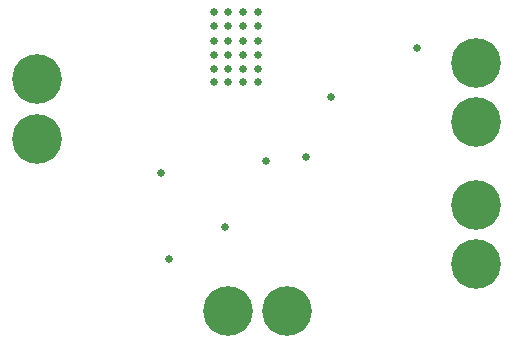
<source format=gbs>
G04 Layer_Color=16711935*
%FSLAX44Y44*%
%MOMM*%
G71*
G01*
G75*
%ADD47C,4.2032*%
%ADD48C,0.6532*%
D47*
X348000Y596000D02*
D03*
X510000Y400000D02*
D03*
X720000Y440000D02*
D03*
Y490000D02*
D03*
X348000Y546000D02*
D03*
X560000Y400000D02*
D03*
X720000Y560000D02*
D03*
Y610000D02*
D03*
D48*
X670000Y623000D02*
D03*
X597000Y581000D02*
D03*
X576000Y530000D02*
D03*
X542000Y527000D02*
D03*
X460000Y444000D02*
D03*
X507000Y471000D02*
D03*
X453000Y517000D02*
D03*
X498000Y594000D02*
D03*
X510000D02*
D03*
X522000D02*
D03*
X535000D02*
D03*
Y605000D02*
D03*
X522000D02*
D03*
X510000D02*
D03*
X498000D02*
D03*
Y617000D02*
D03*
X510000D02*
D03*
X522000D02*
D03*
X535000D02*
D03*
Y629000D02*
D03*
X522000D02*
D03*
X510000D02*
D03*
X498000D02*
D03*
Y641000D02*
D03*
Y653000D02*
D03*
X510000D02*
D03*
Y641000D02*
D03*
X522000D02*
D03*
Y653000D02*
D03*
X535000D02*
D03*
Y641000D02*
D03*
M02*

</source>
